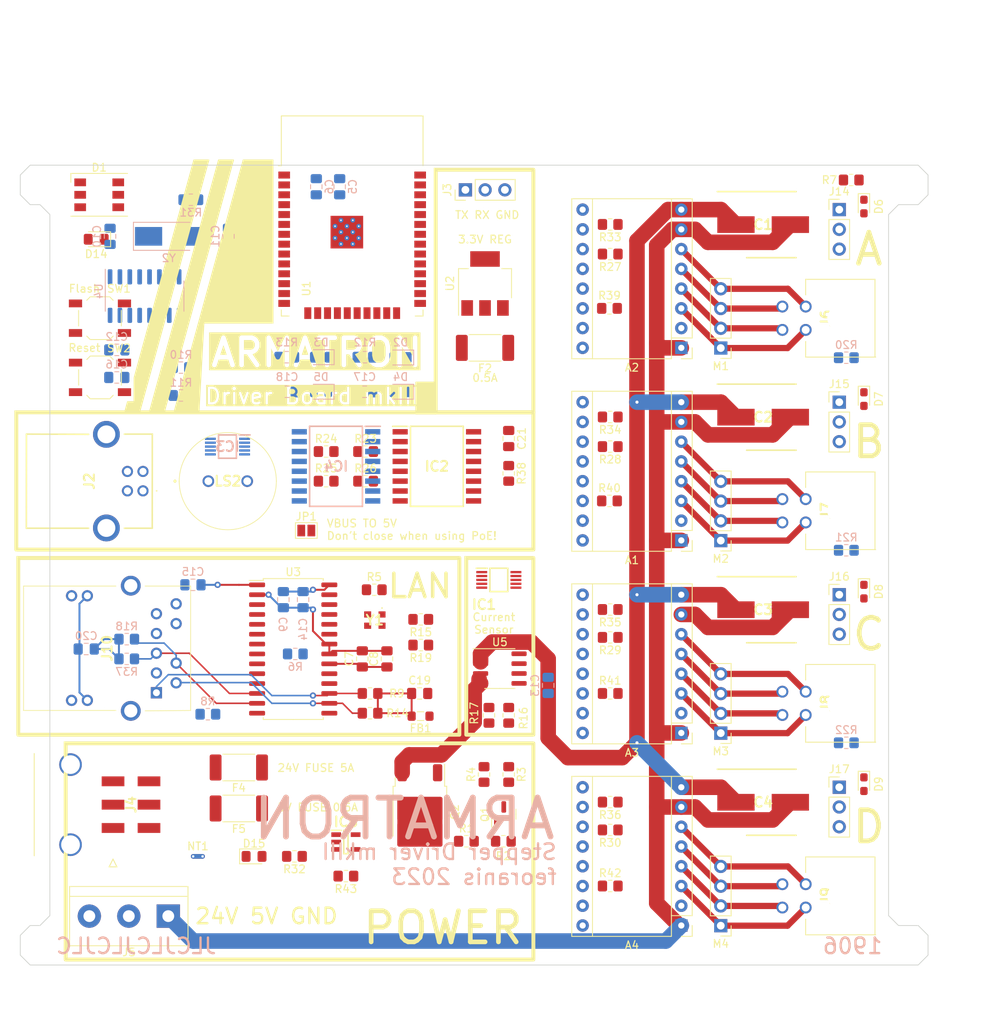
<source format=kicad_pcb>
(kicad_pcb (version 20221018) (generator pcbnew)
  (layers (0 "F.Cu" signal) (31 "B.Cu" signal) (34 "B.Paste" user) (35 "F.Paste" user) (36 "B.SilkS" user "B.Silkscreen") (37 "F.SilkS" user "F.Silkscreen") (38 "B.Mask" user) (39 "F.Mask" user) (44 "Edge.Cuts" user))
  (net 0 "")
  (net 1 "GNDPWR")
  (net 3 "Vdrive")
  (net 4 "/B_Assembly/A2")
  (net 5 "M1")
  (net 6 "M2")
  (net 7 "M3")
  (net 8 "/B_Assembly/A1")
  (net 9 "SLP_DRIVERS")
  (net 10 "FR_STEP")
  (net 11 "FR_DIR")
  (net 13 "FL_STEP")
  (net 14 "FL_DIR")
  (net 16 "BL_STEP")
  (net 17 "BL_DIR")
  (net 19 "BR_STEP")
  (net 20 "BR_DIR")
  (net 21 "+3.3V")
  (net 22 "GND")
  (net 23 "Net-(U3-VCAP)")
  (net 24 "Net-(U4-XI)")
  (net 25 "Net-(U4-XO)")
  (net 26 "Net-(U5-FILTER)")
  (net 27 "/B_Assembly/B1")
  (net 28 "/B_Assembly/B2")
  (net 29 "PIN_RESET")
  (net 30 "PIN_FLASH")
  (net 32 "NEOPIXEL")
  (net 33 "+5V")
  (net 35 "RESET_UART")
  (net 36 "FLASH_UART")
  (net 37 "Net-(D4-K)")
  (net 38 "Net-(D5-K)")
  (net 39 "V_SENSE_IN")
  (net 40 "Net-(U2-VO)")
  (net 41 "+24V")
  (net 42 "Net-(F4-Pad2)")
  (net 43 "Net-(F5-Pad2)")
  (net 45 "C_ADC")
  (net 46 "Net-(IC1-AIN1)")
  (net 49 "SDA")
  (net 50 "SCL")
  (net 51 "POWER_DETECT")
  (net 52 "Net-(J2-D-)")
  (net 53 "Net-(J2-D+)")
  (net 54 "TX")
  (net 55 "RX")
  (net 56 "Net-(A1-~{EN})")
  (net 57 "Net-(A1-~{RST})")
  (net 58 "/A_Assembly/A2")
  (net 59 "/A_Assembly/A1")
  (net 60 "/A_Assembly/B1")
  (net 61 "PIEZO")
  (net 62 "Net-(Q1-B)")
  (net 63 "/A_Assembly/B2")
  (net 64 "Net-(Q2-B)")
  (net 65 "/USB/nRTS")
  (net 66 "/USB/nDTR")
  (net 67 "POWER_EN")
  (net 68 "Net-(U3-OSC2)")
  (net 69 "Net-(U3-RBIAS)")
  (net 70 "Net-(A2-~{EN})")
  (net 73 "Net-(A2-~{RST})")
  (net 74 "/C_Assembly/A2")
  (net 81 "ETH_INTER")
  (net 82 "ETH_CS")
  (net 83 "SCK")
  (net 84 "MISO")
  (net 86 "MOSI")
  (net 89 "Net-(U3-OSC1)")
  (net 95 "/C_Assembly/A1")
  (net 96 "/C_Assembly/B1")
  (net 97 "Net-(C20-Pad1)")
  (net 98 "/C_Assembly/B2")
  (net 99 "Net-(A3-~{EN})")
  (net 100 "Net-(A3-~{RST})")
  (net 101 "/D_Assembly/A2")
  (net 102 "/D_Assembly/A1")
  (net 103 "/D_Assembly/B1")
  (net 104 "/D_Assembly/B2")
  (net 105 "Net-(A4-~{EN})")
  (net 106 "Net-(A4-~{RST})")
  (net 107 "/Ethernet/TX_CT")
  (net 108 "Net-(D14-K)")
  (net 109 "Net-(D15-K)")
  (net 110 "Net-(D15-A)")
  (net 111 "MUX_A0")
  (net 112 "LIMIT_SW")
  (net 113 "MUX_A1")
  (net 116 "LIMIT_SWB")
  (net 117 "LIMIT_SWA")
  (net 118 "LIMIT_SWC")
  (net 119 "LIMIT_SWD")
  (net 124 "Net-(D6-K)")
  (net 125 "Net-(D7-K)")
  (net 126 "Net-(D8-K)")
  (net 127 "Net-(D9-K)")
  (net 128 "LS_INTR")
  (net 130 "/USB/VBUS")
  (net 131 "/Ethernet/TPOUT+")
  (net 132 "/Ethernet/TPOUT-")
  (net 133 "/Ethernet/RX+")
  (net 135 "/Ethernet/RX-")
  (net 136 "Net-(Y1-TRI-STATE)")
  (net 137 "/Ethernet/LEDB")
  (net 138 "/Ethernet/LEDA")
  (net 140 "POWER_EN_D")
  (net 142 "Net-(J10-K_GREEN{slash}A_YELLOW_1)")
  (net 143 "Net-(J10-K_GREEN{slash}A_YELLOW_2)")
  (footprint "Resistor_SMD:R_0805_2012Metric_Pad1.20x1.40mm_HandSolder" (layer "F.Cu") (at 166.1 136.525 180)
    (fp_text reference "R36")
    (fp_text value "1K")
  )
  (footprint "Resistor_SMD:R_0805_2012Metric_Pad1.20x1.40mm_HandSolder" (layer "F.Cu") (at 166.1 115.345 180)
    (fp_text reference "R29")
    (fp_text value "1K")
  )
  (footprint "Package_TO_SOT_SMD:SOT-23" (layer "F.Cu") (at 152.4 138.0875 90)
    (fp_text reference "Q1")
    (fp_text value "BC817")
  )
  (footprint "Connector_PinHeader_2.54mm:PinHeader_1x03_P2.54mm_Vertical" (layer "F.Cu") (at 195.58 109.855)
    (fp_text reference "J16")
    (fp_text value "Conn_01x03_Socket")
  )
  (footprint "Fuse:Fuse_2512_6332Metric_Pad1.52x3.35mm_HandSolder" (layer "F.Cu") (at 118.2975 137.35 180)
    (fp_text reference "F5")
    (fp_text value "0.5A")
  )
  (footprint "Connector_PinHeader_2.54mm:PinHeader_1x04_P2.54mm_Vertical" (layer "F.Cu") (at 180.33 127.66 180)
    (fp_text reference "M3")
    (fp_text value "17HS4401")
  )
  (footprint "Capacitor_SMD:C_0805_2012Metric_Pad1.18x1.45mm_HandSolder" (layer "F.Cu") (at 137.365 118.11 90)
    (fp_text reference "C8")
    (fp_text value "10uF")
  )
  (footprint "Resistor_SMD:R_0805_2012Metric_Pad1.20x1.40mm_HandSolder" (layer "F.Cu") (at 129.54 95.25)
    (fp_text reference "R25")
    (fp_text value "1K")
  )
  (footprint "Button_Switch_SMD:SW_SPST_TL3342" (layer "F.Cu") (at 100.432 81.905)
    (fp_text reference "SW2")
    (fp_text value "SW_Push")
  )
  (footprint "Resistor_SMD:R_0805_2012Metric_Pad1.20x1.40mm_HandSolder" (layer "F.Cu") (at 149.86 132.975 90)
    (fp_text reference "R4")
    (fp_text value "1K")
  )
  (footprint "Resistor_SMD:R_0805_2012Metric_Pad1.20x1.40mm_HandSolder" (layer "F.Cu") (at 166.1 122.555)
    (fp_text reference "R41")
    (fp_text value "1K")
  )
  (footprint "Connector_PinHeader_2.54mm:PinHeader_1x03_P2.54mm_Vertical" (layer "F.Cu") (at 147.462 57.785 90)
    (fp_text reference "J3")
    (fp_text value "Conn_01x03_Pin")
  )
  (footprint "SamacSys_Parts:37946204" (layer "F.Cu") (at 191.26 72.795 90)
    (fp_text reference "J6")
    (fp_text value "3-794620-4" hide)
  )
  (footprint "RF_Module:ESP32-WROOM-32" (layer "F.Cu") (at 132.887 64.13)
    (fp_text reference "U1")
    (fp_text value "ESP32-WROOM-32")
  )
  (footprint "LED_SMD:LED_0805_2012Metric_Pad1.15x1.40mm_HandSolder" (layer "F.Cu") (at 99.94 64.135 180)
    (fp_text reference "D14")
    (fp_text value "LED_Small")
  )
  (footprint "Capacitor_SMD:C_0805_2012Metric_Pad1.18x1.45mm_HandSolder" (layer "F.Cu") (at 153.035 89.7675 -90)
    (fp_text reference "C21")
    (fp_text value "10u")
  )
  (footprint "Package_TO_SOT_SMD:SOT-223-3_TabPin2" (layer "F.Cu") (at 149.987 69.825 90)
    (fp_text reference "U2")
    (fp_text value "AMS1117-3.3")
  )
  (footprint "SamacSys_Parts:SOIC127P1032X265-16N" (layer "F.Cu") (at 143.79 93.345)
    (fp_text reference "IC2")
    (fp_text value "PCF8574T_3,518" hide)
  )
  (footprint "SamacSys_Parts:74982104400" (layer "F.Cu") (at 107.694 122.464 90)
    (fp_text reference "J10")
    (fp_text value "74982104400" hide)
  )
  (footprint "Module:Pololu_Breakout-16_15.2x20.3mm" (layer "F.Cu") (at 175.25 78.105 180)
    (fp_text reference "A2")
    (fp_text value "Pololu_Breakout_DRV8825")
  )
  (footprint "LED_SMD:LED_0805_2012Metric_Pad1.15x1.40mm_HandSolder" (layer "F.Cu") (at 120.26 143.51)
    (fp_text reference "D15")
    (fp_text value "LED_Small")
  )
  (footprint "Resistor_SMD:R_0805_2012Metric_Pad1.20x1.40mm_HandSolder" (layer "F.Cu") (at 150.495 125.365 -90)
    (fp_text reference "R17")
    (fp_text value "27K")
  )
  (footprint "MountingHole:MountingHole_2.7mm_M2.5" (layer "F.Cu") (at 92.71 57.15)
    (fp_text reference "H1" hide)
    (fp_text value "MountingHole")
  )
  (footprint "Package_SO:SOIC-28W_7.5x17.9mm_P1.27mm" (layer "F.Cu") (at 125.3 116.84)
    (fp_text reference "U3")
    (fp_text value "ENC28J60x-SO")
  )
  (footprint "MountingHole:MountingHole_2.7mm_M2.5" (layer "F.Cu") (at 92.71 154.94)
    (fp_text reference "H4" hide)
    (fp_text value "MountingHole")
  )
  (footprint "Package_TO_SOT_SMD:TO-252-2" (layer "F.Cu") (at 141.605 137.795 -90)
    (fp_text reference "Q2")
    (fp_text value "Q_PNP_Darlington_BCE")
  )
  (footprint "Capacitor_SMD:C_0805_2012Metric_Pad1.18x1.45mm_HandSolder" (layer "F.Cu") (at 141.5775 122.555)
    (fp_text reference "C19")
    (fp_text value "0.1uF")
  )
  (footprint "Resistor_SMD:R_0805_2012Metric_Pad1.20x1.40mm_HandSolder" (layer "F.Cu") (at 166.1 140.11 180)
    (fp_text reference "R30")
    (fp_text value "1K")
  )
  (footprint "Inductor_SMD:L_0805_2012Metric_Pad1.05x1.20mm_HandSolder" (layer "F.Cu") (at 141.69 125.475 180)
    (fp_text reference "FB1")
    (fp_text value "FerriteBead_Small")
  )
  (footprint "SamacSys_Parts:37946204" (layer "F.Cu") (at 191.26 122.325 90)
    (fp_text reference "J8")
    (fp_text value "3-794620-4" hide)
  )
  (footprint "Button_Switch_SMD:SW_SPST_TL3342" (layer "F.Cu") (at 100.427 74.29)
    (fp_text reference "SW1")
    (fp_text value "SW_Push")
  )
  (footprint "SamacSys_Parts:SOP50P490X110-10N" (layer "F.Cu") (at 151.765 107.95)
    (fp_text reference "IC1")
    (fp_text value "ADS1115BQDGSRQ1" hide)
  )
  (footprint "SamacSys_Parts:SOT95P275X110-5N" (layer "F.Cu") (at 132.08 141.665)
    (fp_text reference "IC5")
    (fp_text value "M74VHC1GT50DTT1G" hide)
  )
  (footprint "SamacSys_Parts:37946204" (layer "F.Cu") (at 191.26 147.09 90)
    (fp_text reference "J9")
    (fp_text value "3-794620-4" hide)
  )
  (footprint "SamacSys_Parts:CAPAE850X1050N" (layer "F.Cu") (at 185.783 136.55)
    (fp_text reference "C4")
    (fp_text value "C" hide)
  )
  (footprint "Connector_PinHeader_2.54mm:PinHeader_1x03_P2.54mm_Vertical" (layer "F.Cu") (at 195.58 85.09)
    (fp_text reference "J15")
    (fp_text value "Conn_01x03_Socket")
  )
  (footprint "Module:Pololu_Breakout-16_15.2x20.3mm" (layer "F.Cu") (at 175.25 152.4 180)
    (fp_text reference "A4")
    (fp_text value "Pololu_Breakout_DRV8825")
  )
  (footprint "Resistor_SMD:R_0805_2012Metric_Pad1.20x1.40mm_HandSolder" (layer "F.Cu") (at 147.59 141.565)
    (fp_text reference "R1")
    (fp_text value "100K")
  )
  (footprint "LED_SMD:LED_0603_1608Metric_Pad1.05x0.95mm_HandSolder" (layer "F.Cu") (at 198.755 109.46 -90)
    (fp_text reference "D8")
    (fp_text value "LED")
  )
  (footprint "SamacSys_Parts:37946204" (layer "F.Cu") (at 191.26 97.56 90)
    (fp_text reference "J7")
    (fp_text value "3-794620-4" hide)
  )
  (footprint "SamacSys_Parts:CAPAE850X1050N" (layer "F.Cu") (at 185.783 87.02)
    (fp_text reference "C2")
    (fp_text value "C" hide)
  )
  (footprint "LED_SMD:LED_0603_1608Metric_Pad1.05x0.95mm_HandSolder" (layer "F.Cu") (at 198.755 84.695 -90)
    (fp_text reference "D7")
    (fp_text value "LED")
  )
  (footprint "Resistor_SMD:R_0805_2012Metric_Pad1.20x1.40mm_HandSolder" (layer "F.Cu") (at 134.62 95.25)
    (fp_text reference "R26")
    (fp_text value "1K")
  )
  (footprint "Resistor_SMD:R_0805_2012Metric_Pad1.20x1.40mm_HandSolder" (layer "F.Cu") (at 166.1 86.995 180)
    (fp_text reference "R34")
    (fp_text value "1K")
  )
  (footprint "Resistor_SMD:R_0805_2012Metric_Pad1.20x1.40mm_HandSolder" (layer "F.Cu") (at 141.716 113.03 180)
    (fp_text reference "R15")
    (fp_text value "220R")
  )
  (footprint "Resistor_SMD:R_0805_2012Metric_Pad1.20x1.40mm_HandSolder" (layer "F.Cu") (at 153.035 132.975 -90)
    (fp_text reference "R3")
    (fp_text value "1K")
  )
  (footprint "Resistor_SMD:R_0805_2012Metric_Pad1.20x1.40mm_HandSolder" (layer "F.Cu") (at 166.005 73.025)
    (fp_text reference "R39")
    (fp_text value "1K")
  )
  (footprint "Resistor_SMD:R_0805_2012Metric_Pad1.20x1.40mm_HandSolder" (layer "F.Cu") (at 152.35 141.565)
    (fp_text reference "R2")
    (fp_text value "1K")
  )
  (footprint "Resistor_SMD:R_0805_2012Metric_Pad1.20x1.40mm_HandSolder" (layer "F.Cu") (at 166.005 97.79)
    (fp_text reference "R40")
    (fp_text value "1K")
  )
  (footprint "Resistor_SMD:R_0805_2012Metric_Pad1.20x1.40mm_HandSolder" (layer "F.Cu") (at 135.19 125.095)
    (fp_text reference "R14")
    (fp_text value "50R")
  )
  (footprint "Resistor_SMD:R_0805_2012Metric_Pad1.20x1.40mm_HandSolder" (layer "F.Cu") (at 166.1 90.805 180)
    (fp_text reference "R28")
    (fp_text value "1K")
  )
  (footprint "MountingHole:MountingHole_2.7mm_M2.5" (layer "F.Cu") (at 204.47 57.15)
    (fp_text reference "H2" hide)
    (fp_text value "MountingHole")
  )
  (footprint "Resistor_SMD:R_0805_2012Metric_Pad1.20x1.40mm_HandSolder" (layer "F.Cu") (at 166.1 147.32)
    (fp_text reference "R42")
    (fp_text value "1K")
  )
  (footprint "LED_SMD:LED_WS2812_PLCC6_5.0x5.0mm_P1.6mm" (layer "F.Cu") (at 100.33 58.42)
    (fp_text reference "D1")
    (fp_text value "Inolux_IN-PI556FCH")
  )
  (footprint "Fuse:Fuse_2512_6332Metric_Pad1.52x3.35mm_HandSolder" (layer "F.Cu") (at 149.987 78.105 180)
    (fp_text reference "F2")
    (fp_text value "0.5A")
  )
  (footprint "Connector_PinHeader_2.54mm:PinHeader_1x04_P2.54mm_Vertical" (layer "F.Cu") (at 180.33 152.425 180)
    (fp_text reference "M4")
    (fp_text value "17HS4401")
  )
  (footprint "Connector_PinHeader_2.54mm:PinHeader_1x04_P2.54mm_Vertical" (layer "F.Cu") (at 180.33 78.13 180)
    (fp_text reference "M1")
    (fp_text value "17HS4401")
  )
  (footprint "Package_SO:SOIC-8_3.9x4.9mm_P1.27mm" (layer "F.Cu") (at 151.892 119.355)
    (fp_text reference "U5")
    (fp_text value "ACS712xLCTR-20A")
  )
  (footprint "SamacSys_Parts:USB1030GFPBB" (layer "F.Cu") (at 105.965 96.5 -90)
    (fp_text reference "J2")
    (fp_text value "USB_B" hide)
  )
  (footprint "Resistor_SMD:R_0805_2012Metric_Pad1.20x1.40mm_HandSolder" (layer "F.Cu") (at 132.08 146.05 180)
    (fp_text reference "R43")
    (fp_text value "1K")
  )
  (footprint "Module:Pololu_Breakout-16_15.2x20.3mm" (layer "F.Cu") (at 175.25 102.87 180)
    (fp_text reference "A1")
    (fp_text value "Pololu_Breakout_DRV8825")
  )
  (footprint "Resistor_SMD:R_0805_2012Metric_Pad1.20x1.40mm_HandSolder" (layer "F.Cu") (at 125.46 143.51 180)
    (fp_text reference "R32")
    (fp_text value "1K")
  )
  (footprint "Resistor_SMD:R_0805_2012Metric_Pad1.20x1.40mm_HandSolder" (layer "F.Cu") (at 141.716 116.332 180)
    (fp_text reference "R19")
    (fp_text value "220R")
  )
  (footprint "Resistor_SMD:R_0805_2012Metric_Pad1.20x1.40mm_HandSolder" (layer "F.Cu") (at 197.12 56.515 180)
    (fp_text reference "R7")
    (fp_text value "1K")
  )
  (footprint "LED_SMD:LED_0603_1608Metric_Pad1.05x0.95mm_HandSolder" (layer "F.Cu") (at 198.755 59.93 -90)
    (fp_text reference "D6")
    (fp_text value "LED")
  )
  (footprint "Resistor_SMD:R_0805_2012Metric_Pad1.20x1.40mm_HandSolder" (layer "F.Cu") (at 153.035 94.25 -90)
    (fp_text reference "R38")
    (fp_text value "1K")
  )
  (footprint "Fuse:Fuse_2512_6332Metric_Pad1.52x3.35mm_HandSolder" (layer "F.Cu") (at 118.2975 132.08 180)
    (fp_text reference "F4")
    (fp_text value "5A")
  )
  (footprint "LED_SMD:LED_0603_1608Metric_Pad1.05x0.95mm_HandSolder" (layer "F.Cu") (at 198.755 134.225 -90)
    (fp_text reference "D9")
    (fp_text value "LED")
  )
  (footprint "Connector_PinHeader_2.54mm:PinHeader_1x04_P2.54mm_Vertical" (layer "F.Cu") (at 180.33 102.895 180)
    (fp_text reference "M2")
    (fp_text value "17HS4401")
  )
  (footprint "SamacSys_Parts:ECS2520MVLC250BNTR3" (layer "F.Cu") (at 135.805 113.12 180)
    (fp_text reference "Y1")
    (fp_text value "ECS-2520MVLC-250-BN-TR3" hide)
  )
  (footprint "NetTie:NetTie-2_THT_Pad0.3mm" (layer "F.Cu") (at 112.43 143.51)
    (fp_text reference "NT1")
    (fp_text value "NetTie_2")
  )
  (footprint "Connector_PinHeader_2.54mm:PinHeader_1x03_P2.54mm_Vertical" (layer "F.Cu") (at 195.58 60.325)
    (fp_text reference "J14")
    (fp_text value "Conn_01x03_Socket")
  )
  (footprint "Resistor_SMD:R_0805_2012Metric_Pad1.20x1.40mm_HandSolder" (layer "F.Cu") (at 135.19 122.555 180)
    (fp_text reference "R9")
    (fp_text value "50R")
  )
  (footprint "SamacSys_Parts:43045-06YY_060708_1" (layer "F.Cu") (at 104.423 136.858 -90)
    (fp_text reference "J4")
    (fp_text value "43045-0606" hide)
  )
  (footprint "Connector_PinHeader_2.54mm:PinHeader_1x03_P2.54mm_Vertical" (layer "F.Cu") (at 195.58 134.62)
    (fp_text reference "J17")
    (fp_text value "Conn_01x03_Socket")
  )
  (footprint "Resistor_SMD:R_0805_2012Metric_Pad1.20x1.40mm_HandSolder" (layer "F.Cu") (at 153.035 125.365 90)
    (fp_text reference "R16")
    (fp_text value "220K")
  )
  (footprint "Resistor_SMD:R_0805_2012Metric_Pad1.20x1.40mm_HandSolder" (layer "F.Cu") (at 166.1 66.04 180)
    (fp_text reference "R27")
    (fp_text value "1K")
  )
  (footprint "Resistor_SMD:R_0805_2012Metric_Pad1.20x1.40mm_HandSolder" (layer "F.Cu") (at 134.62 91.44)
    (fp_text reference "R23")
    (fp_text value "1K")
  )
  (footprint "Resistor_SMD:R_0805_2012Metric_Pad1.20x1.40mm_HandSolder" (layer "F.Cu") (at 129.54 91.44)
    (fp_text reference "R24")
    (fp_text value "1K")
  )
  (footprint "Module:Pololu_Breakout-16_15.2x20.3mm" (layer "F.Cu") (at 175.25 127.635 180)
    (fp_text reference "A3")
    (fp_text value "Pololu_Breakout_DRV8825")
  )
  (footprint "SamacSys_Parts:PT1241PFQ" (layer "F.Cu") (at 114.38 95.25)
    (fp_text reference "LS2")
    (fp_text value "PT-1241PFQ" hide)
  )
  (footprint "MountingHole:MountingHole_2.7mm_M2.5" (layer "F.Cu") (at 204.47 154.94)
    (fp_text reference "H3" hide)
    (fp_text value "MountingHole")
  )
  (footprint "SamacSys_Parts:CAPAE850X1050N" (layer "F.Cu") (at 185.783 111.785)
    (fp_text reference "C3")
    (fp_text value "C" hide)
  )
  (footprint "Resistor_SMD:R_0805_2012Metric_Pad1.20x1.40mm_HandSolder" (layer "F.Cu") (at 166.1 62.23 180)
    (fp_text reference "R33")
    (fp_text value "1K")
  )
  (footprint "Capacitor_SMD:C_0805_2012Metric_Pad1.18x1.45mm_HandSolder" (layer "F.Cu") (at 134.19 118.11 90)
    (fp_text reference "C7")
    (fp_text value "100n")
  )
  (footprint "Resistor_SMD:R_0805_2012Metric_Pad1.20x1.40mm_HandSolder" (layer "F.Cu") (at 166.1 111.76 180)
    (fp_text reference "R35")
    (fp_text value "1K")
  )
  (footprint "TerminalBlock:TerminalBlock_bornier-3_P5.08mm" (layer "F.Cu") (at 109.22 151.1935 180)
    (fp_text reference "J5")
    (fp_text value "Screw_Terminal_01x03")
  )
  (footprint "Jumper:SolderJumper-2_P1.3mm_Open_Pad1.0x1.5mm" (layer "F.Cu") (at 126.985 101.6)
    (fp_text reference "JP1")
    (fp_text value "SolderJumper_2_Open")
  )
  (footprint "Resistor_SMD:R_0805_2012Metric_Pad1.20x1.40mm_HandSolder" (layer "F.Cu") (at 135.73 109.22)
    (fp_text reference "R5")
    (fp_text value "10K")
  )
  (footprint "SamacSys_Parts:CAPAE850X1050N" (layer "F.Cu") (at 185.783 62.255)
    (fp_text reference "C1")
    (fp_text value "C" hide)
  )
  (footprint "Resistor_SMD:R_0805_2012Metric_Pad1.20x1.40mm_HandSolder" (layer "B.Cu") (at 112.125 59.055)
    (fp_text reference "R31")
    (fp_text value "1K")
  )
  (footprint "Package_SO:SOIC-16_3.9x9.9mm_P1.27mm" (layer "B.Cu") (at 106.172 71.4464 -90)
    (fp_text reference "U4")
    (fp_text value "CH340G")
  )
  (footprint "Resistor_SMD:R_0805_2012Metric_Pad1.20x1.40mm_HandSolder" (layer "B.Cu") (at 196.485 79.375 180)
    (fp_text reference "R20")
    (fp_text value "1K")
  )
  (footprint "Capacitor_SMD:C_0805_2012Metric_Pad1.18x1.45mm_HandSolder" (layer "B.Cu") (at 131.28 57.3825 90)
    (fp_text reference "C5")
    (fp_text value "10u")
  )
  (footprint "Diode_SMD:D_0805_2012Metric" (layer "B.Cu") (at 139.1155 79.35 180)
    (fp_text reference "D2")
    (fp_text value "D")
  )
  (footprint "Crystal:Crystal_SMD_5032-2Pin_5.0x3.2mm_HandSoldering" (layer "B.Cu") (at 109.287 63.7614)
    (fp_text reference "Y2")
    (fp_text value "12MHz")
  )
  (footprint "Capacitor_SMD:C_0805_2012Metric_Pad1.18x1.45mm_HandSolder" (layer "B.Cu") (at 98.6575 116.84 180)
    (fp_text reference "C20")
    (fp_text value "0.1uF")
  )
  (footprint "Capacitor_SMD:C_0805_2012Metric_Pad1.18x1.45mm_HandSolder" (layer "B.Cu") (at 134.498 83.75 180)
    (fp_text reference "C17")
    (fp_text value "100n")
  )
  (footprint "Diode_SMD:D_0805_2012Metric" (layer "B.Cu") (at 128.883 79.305 180)
    (fp_text reference "D3")
    (fp_text value "D")
  )
  (footprint "Resistor_SMD:R_0805_2012Metric_Pad1.20x1.40mm_HandSolder" (layer "B.Cu") (at 196.485 128.905 180)
    (fp_text reference "R22")
    (fp_text value "1K")
  )
  (footprint "Resistor_SMD:R_0805_2012Metric_Pad1.20x1.40mm_HandSolder" (layer "B.Cu") (at 110.855 80.645 180)
    (fp_text reference "R10")
    (fp_text value "10K")
  )
  (footprint "Capacitor_SMD:C_0805_2012Metric_Pad1.18x1.45mm_HandSolder" (layer "B.Cu") (at 158.115 121.5175 -90)
    (fp_text reference "C13")
    (fp_text value "1n")
  )
  (footprint "Capacitor_SMD:C_0805_2012Metric_Pad1.18x1.45mm_HandSolder" (layer "B.Cu") (at 124.03 110.49 -90)
    (fp_text reference "C9")
    (fp_text value "100n")
  )
  (footprint "Capacitor_SMD:C_0805_2012Metric_Pad1.18x1.45mm_HandSolder" (layer "B.Cu") (at 128.27 57.3825 90)
    (fp_text reference "C6")
    (fp_text value "100n")
  )
  (footprint "Capacitor_SMD:C_0805_2012Metric_Pad1.18x1.45mm_HandSolder" (layer "B.Cu") (at 101.727 63.7614 -90)
    (fp_text reference "C10")
    (fp_text value "22pF")
  )
  (footprint "Capacitor_SMD:C_0805_2012Metric_Pad1.18x1.45mm_HandSolder" (layer "B.Cu") (at 102.5945 81.915 180)
    (fp_text reference "C16")
    (fp_text value "100n")
  )
  (footprint "Resistor_SMD:R_0805_2012Metric_Pad1.20x1.40mm_HandSolder" (layer "B.Cu") (at 103.87 115.57 180)
    (fp_text reference "R18")
    (fp_text value "50R")
  )
  (footprint "Capacitor_SMD:C_0805_2012Metric_Pad1.18x1.45mm_HandSolder" (layer "B.Cu") (at 116.967 63.7614 -90)
    (fp_text reference "C11")
    (fp_text value "22pF")
  )
  (footprint "Resistor_SMD:R_0805_2012Metric_Pad1.20x1.40mm_HandSolder" (layer "B.Cu") (at 124.4705 79.305)
    (fp_text reference "R13")
    (fp_text value "10K")
  )
  (footprint "Capacitor_SMD:C_0805_2012Metric_Pad1.18x1.45mm_HandSolder" (layer "B.Cu") (at 126.57 110.49 -90)
    (fp_text reference "C14")
    (fp_text value "10uF")
  )
  (footprint "Resistor_SMD:R_0805_2012Metric_Pad1.20x1.40mm_HandSolder" (layer "B.Cu") (at 110.855 84.23 180)
    (fp_text reference "R11")
    (fp_text value "10K")
  )
  (footprint "Resistor_SMD:R_0805_2012Metric_Pad1.20x1.40mm_HandSolder" (layer "B.Cu") (at 114.316 125.222 180)
    (fp_text reference "R8")
    (fp_text value "2.32K 1%")
  )
  (footprint "Diode_SMD:D_0805_2012Metric" (layer "B.Cu") (at 139.1155 83.75 180)
    (fp_text reference "D4")
    (fp_text value "D")
  )
  (footprint "Capacitor_SMD:C_0805_2012Metric_Pad1.18x1.45mm_HandSolder" (layer "B.Cu") (at 102.5945 78.3664 180)
    (fp_text reference "C12")
    (fp_text value "4.7u")
  )
  (footprint "SamacSys_Parts:SOIC127P1032X265-16N" (layer "B.Cu") (at 130.81 93.345 180)
    (fp_text reference "IC4")
    (fp_text value "PCF8574T_3,518" hide)
  )
  (footprint "Resistor_SMD:R_0805_2012Metric_Pad1.20x1.40mm_HandSolder" (layer "B.Cu") (at 196.485 104.14 180)
    (fp_text reference "R21")
    (fp_text value "1K")
  )
  (footprint "Resistor_SMD:R_0805_2012Metric_Pad1.20x1.40mm_HandSolder" (layer "B.Cu") (at 125.57 117.475)
    (fp_text reference "R6")
    (fp_text value "10K")
  )
  (footprint "Capacitor_SMD:C_0805_2012Metric_Pad1.18x1.45mm_HandSolder" (layer "B.Cu") (at 124.508 83.75 180)
    (fp_text reference "C18")
    (fp_text value "100n")
  )
  (footprint "SamacSys_Parts:SOP50P490X110-10N" (layer "B.Cu") (at 116.84 90.805 180)
    (fp_text reference "IC3")
    (fp_text value "MAX4634EUB+" hide)
  )
  (footprint "Resistor_SMD:R_0805_2012Metric_Pad1.20x1.40mm_HandSolder" (layer "B.Cu") (at 103.87 118.11)
    (fp_text reference "R37")
    (fp_text value "50R")
  )
  (footprint "Diode_SMD:D_0805_2012Metric" (layer "B.Cu") (at 128.883 83.75 180)
    (fp_text reference "D5")
    (fp_text value "D")
  )
  (footprint "Resistor_SMD:R_0805_2012Metric_Pad1.20x1.40mm_HandSolder" (layer "B.Cu") (at 134.5355 79.305)
    (fp_text reference "R12")
    (fp_text value "10K")
  )
  (footprint "Capacitor_SMD:C_0805_2012Metric_Pad1.18x1.45mm_HandSolder" (layer "B.Cu") (at 112.395 108.585 180)
    (fp_text reference "C15")
    (fp_text value "10uF")
  )
  (gr_rect (start 89.916 105.131) (end 146.685 127.864) (stroke (width 0.5)) (fill none) (layer "F.SilkS"))
  (gr_poly (pts (xy 114.427 53.95) (xy 105.537 86.335) (xy 103.632 86.335) (xy 103.9876 85.0396) (xy 104.8258 85.0396) (xy 104.837378 81.943978) (xy 112.522 53.95)) (stroke (width 0.15)) (fill solid) (layer "F.SilkS"))
  (gr_rect (start 147.574 105.131) (end 156.21 127.864) (stroke (width 0.5)) (fill none) (layer "F.SilkS"))
  (gr_rect (start 96.012 128.9685) (end 156.21 156.7815) (stroke (width 0.5)) (fill none) (layer "F.SilkS"))
  (gr_rect (start 89.662 86.3985) (end 156.21 104.0515) (stroke (width 0.5)) (fill none) (layer "F.SilkS"))
  (gr_poly (pts (xy 117.602 53.95) (xy 108.712 86.335) (xy 106.807 86.335) (xy 115.697 53.95)) (stroke (width 0.15)) (fill solid) (layer "F.SilkS"))
  (gr_poly (pts (xy 122.682 53.95) (xy 122.682 74.905) (xy 113.792 74.905) (xy 113.157 86.335) (xy 109.982 86.335) (xy 118.872 53.95)) (stroke (width 0.15)) (fill solid) (layer "F.SilkS"))
  (gr_rect (start 143.637 55.1946) (end 156.21 86.3985) (stroke (width 0.5)) (fill none) (layer "F.SilkS"))
  (gr_poly (pts (xy 143.637 82.525) (xy 141.097 82.525) (xy 141.097 86.589) (xy 143.637 86.589)) (stroke (width 0.15)) (fill solid) (layer "F.SilkS"))
  (gr_poly (pts (xy 93.98 54.61) (xy 91.44 54.61) (xy 90.17 55.88) (xy 90.17 58.42) (xy 91.44 59.69) (xy 92.71 59.69) (xy 93.98 60.96) (xy 93.98 151.13) (xy 92.71 152.4) (xy 91.44 152.4) (xy 90.17 153.67) (xy 90.17 156.21) (xy 91.44 157.48) (xy 205.74 157.48) (xy 207.01 156.21) (xy 207.01 153.67) (xy 205.74 152.4) (xy 203.2 152.4) (xy 201.93 151.13) (xy 201.93 60.96) (xy 203.2 59.69) (xy 205.74 59.69) (xy 207.01 58.42) (xy 207.01 55.88) (xy 205.74 54.61)) (stroke (width 0.1)) (fill none) (layer "Edge.Cuts"))
  (gr_text "JLCJLCJLCJLC" (at 115.57 156.21) (layer "B.SilkS") (effects (font (size 2 2) (thickness 0.3)) (justify left bottom mirror)))
  (gr_text "ARMATRON" (at 159.385 141.605) (layer "B.SilkS") (effects (font (size 5 5) (thickness 0.75)) (justify left bottom mirror)))
  (gr_text "1906" (at 201.295 156.21) (layer "B.SilkS") (effects (font (size 2 2) (thickness 0.3)) (justify left bottom mirror)))
  (gr_text "Stepper Driver mkIII\nfeoranis 2023" (at 159.385 147.32) (layer "B.SilkS") (effects (font (size 2 2) (thickness 0.3)) (justify left bottom mirror)))
  (gr_text "3.3V REG" (at 149.987 64.745) (layer "F.SilkS") (effects (font (size 1 1)) (justify bottom)))
  (gr_text "LAN" (at 141.605 110.49) (layer "F.SilkS") (effects (font (size 3 3) (thickness 0.45)) (justify bottom)))
  (gr_text "Flash" (at 98.425 70.485) (layer "F.SilkS") (effects (font (size 1 1))))
  (gr_text "Driver Board mkIII" (at 113.792 83.16) (layer "F.SilkS" knockout) (effects (font (size 2 2) (thickness 0.3)) (justify left top)))
  (gr_text "Current\nSensor" (at 151.13 114.935) (layer "F.SilkS") (effects (font (size 1 1)) (justify bottom)))
  (gr_text "Reset" (at 98.425 78.105) (layer "F.SilkS") (effects (font (size 1 1))))
  (gr_text "0.5A" (at 149.987 82.55) (layer "F.SilkS") (effects (font (size 1 1)) (justify bottom)))
  (gr_text "5V FUSE 0.5A" (at 123.19 137.795) (layer "F.SilkS") (effects (font (size 1 1)) (justify left bottom)))
  (gr_text "POWER" (at 133.985 155.0285) (layer "F.SilkS") (effects (font (size 4 4) (thickness 0.6)) (justify left bottom)))
  (gr_text "A" (at 199.39 65.405) (layer "F.SilkS") (effects (font (size 4 4) (thickness 0.6))))
  (gr_text "ARMATRON" (at 114.427 78.715) (layer "F.SilkS" knockout) (effects (font (size 3.5 3.5) (thickness 0.6)) (justify left)))
  (gr_text "B" (at 199.39 90.17) (layer "F.SilkS") (effects (font (size 4 4) (thickness 0.6))))
  (gr_text "24V FUSE 5A" (at 123.19 132.715) (layer "F.SilkS") (effects (font (size 1 1)) (justify left bottom)))
  (gr_text "24V 5V GND" (at 112.522 151.1935) (layer "F.SilkS") (effects (font (size 2 2) (thickness 0.3)) (justify left)))
  (gr_text "C" (at 199.39 114.935) (layer "F.SilkS") (effects (font (size 4 4) (thickness 0.6))))
  (gr_text "TX RX GND" (at 146.05 61.595) (layer "F.SilkS") (effects (font (size 1 1)) (justify left bottom)))
  (gr_text "D" (at 199.39 139.7) (layer "F.SilkS") (effects (font (size 4 4) (thickness 0.6))))
  (gr_text "VBUS TO 5V\nDon't close when using PoE!" (at 129.54 102.87) (layer "F.SilkS") (effects (font (size 1 1)) (justify left bottom)))
  (segment (start 175.25 102.87) (end 172.085 102.87) (width 2) (layer "F.Cu") (net 1))
  (segment (start 175.25 112.395) (end 177.018 112.395) (width 2) (layer "F.Cu") (net 1))
  (segment (start 175.25 127.635) (end 172.085 127.635) (width 2) (layer "F.Cu") (net 1))
  (segment (start 175.25 87.63) (end 177.018 87.63) (width 2) (layer "F.Cu") (net 1))
  (segment (start 172.085 137.16) (end 172.085 127.635) (width 2) (layer "F.Cu") (net 1))
  (segment (start 178.683 114.06) (end 187.008 114.06) (width 2) (layer "F.Cu") (net 1))
  (segment (start 177.018 62.865) (end 178.683 64.53) (width 2) (layer "F.Cu") (net 1))
  (segment (start 175.25 137.16) (end 172.085 137.16) (width 2) (layer "F.Cu") (net 1))
  (segment (start 175.25 62.865) (end 177.018 62.865) (width 2) (layer "F.Cu") (net 1))
  (segment (start 172.085 127.635) (end 172.085 102.87) (width 2) (layer "F.Cu") (net 1))
  (segment (start 187.008 64.53) (end 189.283 62.255) (width 2) (layer "F.Cu") (net 1))
  (segment (start 172.72 78.105) (end 172.085 77.47) (width 2) (layer "F.Cu") (net 1))
  (segment (start 187.008 114.06) (end 189.283 111.785) (width 2) (layer "F.Cu") (net 1))
  (segment (start 174.961572 152.4) (end 172.085 149.523428) (width 2) (layer "F.Cu") (net 1))
  (segment (start 175.25 152.4) (end 174.961572 152.4) (width 2) (layer "F.Cu") (net 1))
  (segment (start 187.008 138.825) (end 189.283 136.55) (width 2) (layer "F.Cu") (net 1))
  (segment (start 172.085 64.89863) (end 174.11863 62.865) (width 2) (layer "F.Cu") (net 1))
  (segment (start 178.683 89.295) (end 187.008 89.295) (width 2) (layer "F.Cu") (net 1))
  (segment (start 172.085 87.63) (end 172.085 77.47) (width 2) (layer "F.Cu") (net 1))
  (segment (start 175.25 137.16) (end 177.018 137.16) (width 2) (layer "F.Cu") (net 1))
  (segment (start 175.25 78.105) (end 172.72 78.105) (width 2) (layer "F.Cu") (net 1))
  (segment (start 177.018 87.63) (end 178.683 89.295) (width 2) (layer "F.Cu") (net 1))
  (segment (start 172.085 149.523428) (end 172.085 137.16) (width 2) (layer "F.Cu") (net 1))
  (segment (start 177.018 112.395) (end 178.683 114.06) (width 2) (layer "F.Cu") (net 1))
  (segment (start 178.683 138.825) (end 187.008 138.825) (width 2) (layer "F.Cu") (net 1))
  (segment (start 175.25 87.63) (end 172.085 87.63) (width 2) (layer "F.Cu") (net 1))
  (segment (start 187.008 89.295) (end 189.283 87.02) (width 2) (layer "F.Cu") (net 1))
  (segment (start 172.085 102.87) (end 172.085 87.63) (width 2) (layer "F.Cu") (net 1))
  (segment (start 174.11863 62.865) (end 175.25 62.865) (width 2) (layer "F.Cu") (net 1))
  (segment (start 178.683 64.53) (end 187.008 64.53) (width 2) (layer "F.Cu") (net 1))
  (segment (start 177.018 137.16) (end 178.683 138.825) (width 2) (layer "F.Cu") (net 1))
  (segment (start 172.085 77.47) (end 172.085 64.89863) (width 2) (layer "F.Cu") (net 1))
  (segment (start 173.25 154.4) (end 112.4265 154.4) (width 2) (layer "B.Cu") (net 1))
  (segment (start 112.4265 154.4) (end 109.22 151.1935) (width 2) (layer "B.Cu") (net 1))
  (segment (start 175.25 152.4) (end 173.25 154.4) (width 2) (layer "B.Cu") (net 1))
  (segment (start 182.283 87.02) (end 180.353 85.09) (width 2) (layer "F.Cu") (net 3))
  (segment (start 173.54736 60.325) (end 169.545 64.32736) (width 2) (layer "F.Cu") (net 3))
  (segment (start 169.545 109.855) (end 169.545 128.905) (width 2) (layer "F.Cu") (net 3))
  (segment (start 175.25 60.325) (end 173.54736 60.325) (width 2) (layer "F.Cu") (net 3))
  (segment (start 149.417 117.45) (end 150.917 115.95) (width 2) (layer "F.Cu") (net 3))
  (segment (start 160.655 130.81) (end 167.64 130.81) (width 2) (layer "F.Cu") (net 3))
  (segment (start 158.115 118.11) (end 158.115 128.27) (width 2) (layer "F.Cu") (net 3))
  (segment (start 180.353 109.855) (end 175.25 109.855) (width 2) (layer "F.Cu") (net 3))
  (segment (start 180.353 134.62) (end 182.283 136.55) (width 2) (layer "F.Cu") (net 3))
  (segment (start 167.64 130.81) (end 169.545 128.905) (width 2) (layer "F.Cu") (net 3))
  (segment (start 149.417 117.45) (end 149.417 118.49) (width 2) (layer "F.Cu") (net 3))
  (segment (start 169.545 85.09) (end 169.545 109.855) (width 2) (layer "F.Cu") (net 3))
  (segment (start 158.115 128.27) (end 160.655 130.81) (width 2) (layer "F.Cu") (net 3))
  (segment (start 180.353 85.09) (end 175.25 85.09) (width 2) (layer "F.Cu") (net 3))
  (segment (start 182.283 111.785) (end 180.353 109.855) (width 2) (layer "F.Cu") (net 3))
  (segment (start 150.917 115.95) (end 155.955 115.95) (width 2) (layer "F.Cu") (net 3))
  (segment (start 182.283 62.255) (end 180.353 60.325) (width 2) (layer "F.Cu") (net 3))
  (segment (start 180.353 60.325) (end 175.25 60.325) (width 2) (layer "F.Cu") (net 3))
  (segment (start 155.955 115.95) (end 158.115 118.11) (width 2) (layer "F.Cu") (net 3))
  (segment (start 169.545 64.32736) (end 169.545 85.09) (width 2) (layer "F.Cu") (net 3))
  (segment (start 175.25 134.62) (end 180.353 134.62) (width 2) (layer "F.Cu") (net 3))
  (via (at 169.545 128.905) (size 0.8) (drill 0.4) (layers "F.Cu" "B.Cu") (net 3))
  (via (at 169.545 85.09) (size 0.8) (drill 0.4) (layers "F.Cu" "B.Cu") (net 3))
  (via (at 169.545 109.855) (size 0.8) (drill 0.4) (layers "F.Cu" "B.Cu") (net 3))
  (segment (start 175.25 134.61) (end 169.545 128.905) (width 2) (layer "B.Cu") (net 3))
  (segment (start 175.25 85.09) (end 169.545 85.09) (width 2) (layer "B.Cu") (net 3))
  (segment (start 175.25 109.855) (end 169.545 109.855) (width 2) (layer "B.Cu") (net 3))
  (segment (start 175.25 134.62) (end 175.25 134.61) (width 2) (layer "B.Cu") (net 3))
  (segment (start 188.925 102.895) (end 191.26 100.56) (width 0.8) (layer "F.Cu") (net 4))
  (segment (start 175.25 97.79) (end 175.25 97.815) (width 0.8) (layer "F.Cu") (net 4))
  (segment (start 180.33 102.895) (end 188.925 102.895) (width 0.8) (layer "F.Cu") (net 4))
  (segment (start 175.25 97.815) (end 180.33 102.895) (width 0.8) (layer "F.Cu") (net 4))
  (segment (start 188.055 100.355) (end 188.26 100.56) (width 0.8) (layer "F.Cu") (net 8))
  (segment (start 180.33 100.355) (end 188.055 100.355) (width 0.8) (layer "F.Cu") (net 8))
  (segment (start 175.25 95.275) (end 180.33 100.355) (width 0.8) (layer "F.Cu") (net 8))
  (segment (start 175.25 95.25) (end 175.25 95.275) (width 0.8) (layer "F.Cu") (net 8))
  (segment (start 133.7875 118.745) (end 134.19 119.1475) (width 0.25) (layer "F.Cu") (net 21))
  (segment (start 134.19 119.1475) (end 137.365 119.1475) (width 0.25) (layer "F.Cu") (net 21))
  (segment (start 129.95 118.745) (end 133.7875 118.745) (width 0.25) (layer "F.Cu") (net 21))
  (segment (start 129.315 109.22) (end 129.95 108.585) (width 0.25) (layer "F.Cu") (net 21))
  (segment (start 127.84 109.22) (end 129.315 109.22) (width 0.25) (layer "F.Cu") (net 21))
  (via (at 127.84 109.22) (size 0.8) (drill 0.4) (layers "F.Cu" "B.Cu") (net 21))
  (segment (start 127.6075 109.4525) (end 127.84 109.22) (width 0.25) (layer "B.Cu") (net 21))
  (segment (start 126.57 109.4525) (end 127.6075 109.4525) (width 0.25) (layer "B.Cu") (net 21))
  (segment (start 123.56 109.4525) (end 126.57 109.4525) (width 0.25) (layer "B.Cu") (net 21))
  (segment (start 130.3525 117.0725) (end 129.95 117.475) (width 0.25) (layer "F.Cu") (net 22))
  (segment (start 127.84 114.521751) (end 129.523249 116.205) (width 0.25) (layer "F.Cu") (net 22))
  (segment (start 127.84 111.76) (end 127.84 114.521751) (width 0.25) (layer "F.Cu") (net 22))
  (segment (start 134.19 117.0725) (end 137.365 117.0725) (width 0.25) (layer "F.Cu") (net 22))
  (segment (start 134.19 117.0725) (end 130.3525 117.0725) (width 0.25) (layer "F.Cu") (net 22))
  (segment (start 129.95 116.205) (end 129.95 117.475) (width 0.25) (layer "F.Cu") (net 22))
  (segment (start 122.125 109.855) (end 120.65 109.855) (width 0.25) (layer "F.Cu") (net 22))
  (segment (start 129.523249 116.205) (end 129.95 116.205) (width 0.25) (layer "F.Cu") (net 22))
  (via (at 127.84 111.76) (size 0.8) (drill 0.4) (layers "F.Cu" "B.Cu") (net 22))
  (via (at 122.125 109.855) (size 0.8) (drill 0.4) (layers "F.Cu" "B.Cu") (net 22))
  (segment (start 127.6075 111.5275) (end 127.84 111.76) (width 0.25) (layer "B.Cu") (net 22))
  (segment (start 123.56 111.29) (end 122.125 109.855) (width 0.25) (layer "B.Cu") (net 22))
  (segment (start 97.62 116.84) (end 97.79 116.67) (width 0.25) (layer "B.Cu") (net 22))
  (segment (start 97.62 116.84) (end 97.79 117.01) (width 0.25) (layer "B.Cu") (net 22))
  (segment (start 123.56 111.5275) (end 126.57 111.5275) (width 0.25) (layer "B.Cu") (net 22))
  (segment (start 123.56 111.5275) (end 123.56 111.29) (width 0.25) (layer "B.Cu") (net 22))
  (segment (start 97.79 122.43) (end 98.804 123.444) (width 0.25) (layer "B.Cu") (net 22))
  (segment (start 97.79 111.008) (end 98.804 109.994) (width 0.25) (layer "B.Cu") (net 22))
  (segment (start 97.79 117.01) (end 97.79 122.43) (width 0.25) (layer "B.Cu") (net 22))
  (segment (start 97.79 116.67) (end 97.79 111.008) (width 0.25) (layer "B.Cu") (net 22))
  (segment (start 126.57 111.5275) (end 127.6075 111.5275) (width 0.25) (layer "B.Cu") (net 22))
  (segment (start 115.57 108.585) (end 118.315 108.585) (width 0.25) (layer "F.Cu") (net 23))
  (segment (start 118.315 108.585) (end 120.65 108.585) (width 0.25) (layer "F.Cu") (net 23))
  (via (at 115.57 108.585) (size 0.8) (drill 0.4) (layers "F.Cu" "B.Cu") (net 23))
  (segment (start 113.4325 108.585) (end 115.57 108.585) (width 0.25) (layer "B.Cu") (net 23))
  (segment (start 175.25 92.735) (end 180.33 97.815) (width 0.8) (layer "F.Cu") (net 27))
  (segment (start 180.33 97.815) (end 188.005 97.815) (width 0.8) (layer "F.Cu") (net 27))
  (segment (start 188.005 97.815) (end 188.26 97.56) (width 0.8) (layer "F.Cu") (net 27))
  (segment (start 175.25 92.71) (end 175.25 92.735) (width 0.8) (layer "F.Cu") (net 27))
  (segment (start 175.25 90.17) (end 175.25 90.195) (width 0.8) (layer "F.Cu") (net 28))
  (segment (start 175.25 90.195) (end 180.33 95.275) (width 0.8) (layer "F.Cu") (net 28))
  (segment (start 188.975 95.275) (end 191.26 97.56) (width 0.8) (layer "F.Cu") (net 28))
  (segment (start 180.33 95.275) (end 188.975 95.275) (width 0.8) (layer "F.Cu") (net 28))
  (segment (start 144.373 130.455) (end 140.222 130.455) (width 2) (layer "F.Cu") (net 39))
  (segment (start 149.225 120.69) (end 149.225 121.068) (width 2) (layer "F.Cu") (net 39))
  (segment (start 148.595 122.082) (end 148.595 126.233) (width 2) (layer "F.Cu") (net 39))
  (segment (start 140.222 130.455) (end 139.325 131.352) (width 2) (layer "F.Cu") (net 39))
  (segment (start 148.595 126.233) (end 144.373 130.455) (width 2) (layer "F.Cu") (net 39))
  (segment (start 149.225 121.068) (end 149.417 121.26) (width 2) (layer "F.Cu") (net 39))
  (segment (start 149.417 121.26) (end 148.595 122.082) (width 2) (layer "F.Cu") (net 39))
  (segment (start 139.325 131.352) (end 139.325 132.755) (width 2) (layer "F.Cu") (net 39))
  (segment (start 175.25 73.05) (end 180.33 78.13) (width 0.8) (layer "F.Cu") (net 58))
  (segment (start 180.33 78.13) (end 188.925 78.13) (width 0.8) (layer "F.Cu") (net 58))
  (segment (start 175.25 73.025) (end 175.25 73.05) (width 0.8) (layer "F.Cu") (net 58))
  (segment (start 188.925 78.13) (end 191.26 75.795) (width 0.8) (layer "F.Cu") (net 58))
  (segment (start 175.25 70.485) (end 175.25 70.51) (width 0.8) (layer "F.Cu") (net 59))
  (segment (start 175.25 70.51) (end 180.33 75.59) (width 0.8) (layer "F.Cu") (net 59))
  (segment (start 188.055 75.59) (end 188.26 75.795) (width 0.8) (layer "F.Cu") (net 59))
  (segment (start 180.33 75.59) (end 188.055 75.59) (width 0.8) (layer "F.Cu") (net 59))
  (segment (start 175.25 67.97) (end 180.33 73.05) (width 0.8) (layer "F.Cu") (net 60))
  (segment (start 180.33 73.05) (end 188.005 73.05) (width 0.8) (layer "F.Cu") (net 60))
  (segment (start 188.005 73.05) (end 188.26 72.795) (width 0.8) (layer "F.Cu") (net 60))
  (segment (start 175.25 67.945) (end 175.25 67.97) (width 0.8) (layer "F.Cu") (net 60))
  (segment (start 175.25 65.405) (end 175.25 65.43) (width 0.8) (layer "F.Cu") (net 63))
  (segment (start 175.25 65.43) (end 180.33 70.51) (width 0.8) (layer "F.Cu") (net 63))
  (segment (start 180.33 70.51) (end 188.975 70.51) (width 0.8) (layer "F.Cu") (net 63))
  (segment (start 188.975 70.51) (end 191.26 72.795) (width 0.8) (layer "F.Cu") (net 63))
  (segment (start 175.25 122.58) (end 180.33 127.66) (width 0.8) (layer "F.Cu") (net 74))
  (segment (start 180.33 127.66) (end 188.925 127.66) (width 0.8) (layer "F.Cu") (net 74))
  (segment (start 188.925 127.66) (end 191.26 125.325) (width 0.8) (layer "F.Cu") (net 74))
  (segment (start 175.25 122.555) (end 175.25 122.58) (width 0.8) (layer "F.Cu") (net 74))
  (segment (start 175.25 120.015) (end 175.25 120.04) (width 0.8) (layer "F.Cu") (net 95))
  (segment (start 188.055 125.12) (end 188.26 125.325) (width 0.8) (layer "F.Cu") (net 95))
  (segment (start 180.33 125.12) (end 188.055 125.12) (width 0.8) (layer "F.Cu") (net 95))
  (segment (start 175.25 120.04) (end 180.33 125.12) (width 0.8) (layer "F.Cu") (net 95))
  (segment (start 188.005 122.58) (end 188.26 122.325) (width 0.8) (layer "F.Cu") (net 96))
  (segment (start 175.25 117.5) (end 180.33 122.58) (width 0.8) (layer "F.Cu") (net 96))
  (segment (start 180.33 122.58) (end 188.005 122.58) (width 0.8) (layer "F.Cu") (net 96))
  (segment (start 175.25 117.475) (end 175.25 117.5) (width 0.8) (layer "F.Cu") (net 96))
  (segment (start 100.965 115.57) (end 102.87 115.57) (width 0.25) (layer "B.Cu") (net 97))
  (segment (start 102.87 115.57) (end 102.87 118.11) (width 0.25) (layer "B.Cu") (net 97))
  (segment (start 99.695 116.84) (end 100.965 115.57) (width 0.25) (layer "B.Cu") (net 97))
  (segment (start 99.695 116.84) (end 101.6 116.84) (width 0.25) (layer "B.Cu") (net 97))
  (segment (start 101.6 116.84) (end 102.87 118.11) (width 0.25) (layer "B.Cu") (net 97))
  (segment (start 188.975 120.04) (end 191.26 122.325) (width 0.8) (layer "F.Cu") (net 98))
  (segment (start 180.33 120.04) (end 188.975 120.04) (width 0.8) (layer "F.Cu") (net 98))
  (segment (start 175.25 114.935) (end 175.25 114.96) (width 0.8) (layer "F.Cu") (net 98))
  (segment (start 175.25 114.96) (end 180.33 120.04) (width 0.8) (layer "F.Cu") (net 98))
  (segment (start 175.25 147.345) (end 180.33 152.425) (width 0.8) (layer "F.Cu") (net 101))
  (segment (start 188.925 152.425) (end 191.26 150.09) (width 0.8) (layer "F.Cu") (net 101))
  (segment (start 180.33 152.425) (end 188.925 152.425) (width 0.8) (layer "F.Cu") (net 101))
  (segment (start 175.25 147.32) (end 175.25 147.345) (width 0.8) (layer "F.Cu") (net 101))
  (segment (start 188.055 149.885) (end 188.26 150.09) (width 0.8) (layer "F.Cu") (net 102))
  (segment (start 180.33 149.885) (end 188.055 149.885) (width 0.8) (layer "F.Cu") (net 102))
  (segment (start 175.25 144.805) (end 180.33 149.885) (width 0.8) (layer "F.Cu") (net 102))
  (segment (start 175.25 144.78) (end 175.25 144.805) (width 0.8) (layer "F.Cu") (net 102))
  (segment (start 188.005 147.345) (end 188.26 147.09) (width 0.8) (layer "F.Cu") (net 103))
  (segment (start 175.25 142.24) (end 175.25 142.265) (width 0.8) (layer "F.Cu") (net 103))
  (segment (start 175.25 142.265) (end 180.33 147.345) (width 0.8) (layer "F.Cu") (net 103))
  (segment (start 180.33 147.345) (end 188.005 147.345) (width 0.8) (layer "F.Cu") (net 103))
  (segment (start 180.33 144.805) (end 188.975 144.805) (width 0.8) (layer "F.Cu") (net 104))
  (segment (start 175.25 139.725) (end 180.33 144.805) (width 0.8) (layer "F.Cu") (net 104))
  (segment (start 175.25 139.7) (end 175.25 139.725) (width 0.8) (layer "F.Cu") (net 104))
  (segment (start 188.975 144.805) (end 191.26 147.09) (width 0.8) (layer "F.Cu") (net 104))
  (segment (start 140.16 125.095) (end 140.54 125.475) (width 0.25) (layer "F.Cu") (net 107))
  (segment (start 136.19 122.555) (end 140.54 122.555) (width 0.25) (layer "F.Cu") (net 107))
  (segment (start 136.19 125.095) (end 140.16 125.095) (width 0.25) (layer "F.Cu") (net 107))
  (segment (start 136.19 122.555) (end 136.19 125.095) (width 0.25) (layer "F.Cu") (net 107))
  (segment (start 140.54 125.475) (end 140.54 122.555) (width 0.25) (layer "F.Cu") (net 107))
  (segment (start 129.679503 122.825497) (end 129.95 122.555) (width 0.2) (layer "F.Cu") (net 131))
  (segment (start 127.84 122.825497) (end 129.679503 122.825497) (width 0.2) (layer "F.Cu") (net 131))
  (segment (start 132.92 122.555) (end 134.19 122.555) (width 0.2) (layer "F.Cu") (net 131))
  (segment (start 132.92 122.555) (end 129.95 122.555) (width 0.2) (layer "F.Cu") (net 131))
  (via (at 127.84 122.825497) (size 0.8) (drill 0.4) (layers "F.Cu" "B.Cu") (net 131))
  (segment (start 122.555 122.825497) (end 127.84 122.825497) (width 0.2) (layer "B.Cu") (net 131))
  (segment (start 109.22 120.142) (end 119.871503 120.142) (width 0.2) (layer "B.Cu") (net 131))
  (segment (start 109.22 120.142) (end 107.694 121.668) (width 0.2) (layer "B.Cu") (net 131))
  (segment (start 107.694 121.668) (end 107.694 122.464) (width 0.2) (layer "B.Cu") (net 131))
  (segment (start 119.871503 120.142) (end 122.555 122.825497) (width 0.2) (layer "B.Cu") (net 131))
  (segment (start 132.92 125.095) (end 134.19 125.095) (width 0.2) (layer "F.Cu") (net 132))
  (segment (start 131.65 123.825) (end 132.92 125.095) (width 0.2) (layer "F.Cu") (net 132))
  (segment (start 127.84 123.825) (end 129.95 123.825) (width 0.2) (layer "F.Cu") (net 132))
  (segment (start 129.95 123.825) (end 131.65 123.825) (width 0.2) (layer "F.Cu") (net 132))
  (via (at 127.84 123.825) (size 0.8) (drill 0.4) (layers "F.Cu" "B.Cu") (net 132))
  (segment (start 119.888 121.158) (end 122.555 123.825) (width 0.2) (layer "B.Cu") (net 132))
  (segment (start 110.234 121.194) (end 110.27 121.158) (width 0.2) (layer "B.Cu") (net 132))
  (segment (start 110.27 121.158) (end 119.888 121.158) (width 0.2) (layer "B.Cu") (net 132))
  (segment (start 122.555 123.825) (end 127.84 123.825) (width 0.2) (layer "B.Cu") (net 132))
  (segment (start 120.65 123.825) (end 115.405 123.825) (width 0.2) (layer "F.Cu") (net 133))
  (segment (start 115.405 123.825) (end 110.234 118.654) (width 0.2) (layer "F.Cu") (net 133))
  (segment (start 105.378 116.078) (end 104.87 115.57) (width 0.2) (layer "B.Cu") (net 133))
  (segment (start 108.680476 116.078) (end 105.378 116.078) (width 0.2) (layer "B.Cu") (net 133))
  (segment (start 105.215 115.225) (end 104.87 115.57) (width 0.2) (layer "B.Cu") (net 133))
  (segment (start 110.234 117.631524) (end 108.680476 116.078) (width 0.2) (layer "B.Cu") (net 133))
  (segment (start 110.234 118.654) (end 110.234 117.631524) (width 0.2) (layer "B.Cu") (net 133))
  (segment (start 117.094 122.555) (end 111.923 117.384) (width 0.2) (layer "F.Cu") (net 135))
  (segment (start 111.923 117.384) (end 107.694 117.384) (width 0.2) (layer "F.Cu") (net 135))
  (segment (start 117.094 122.555) (end 120.65 122.555) (width 0.2) (layer "F.Cu") (net 135))
  (segment (start 106.968 118.11) (end 104.87 118.11) (width 0.2) (layer "B.Cu") (net 135))
  (segment (start 107.694 117.384) (end 106.968 118.11) (width 0.2) (layer "B.Cu") (net 135))
)
</source>
